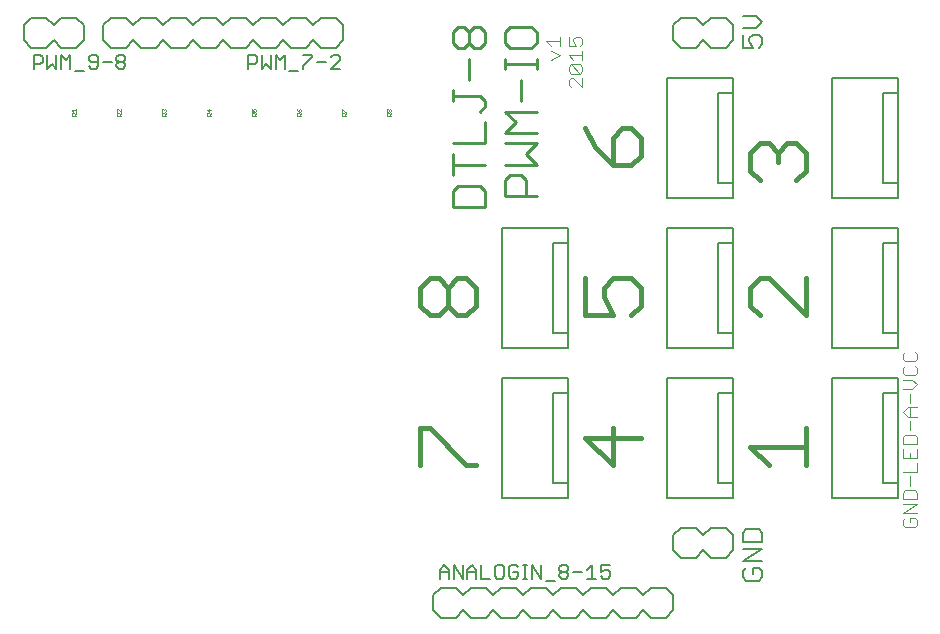
<source format=gto>
G75*
%MOIN*%
%OFA0B0*%
%FSLAX25Y25*%
%IPPOS*%
%LPD*%
%AMOC8*
5,1,8,0,0,1.08239X$1,22.5*
%
%ADD10C,0.01600*%
%ADD11C,0.00400*%
%ADD12C,0.00900*%
%ADD13C,0.00500*%
%ADD14C,0.00100*%
%ADD15C,0.00800*%
%ADD16C,0.00700*%
D10*
X0133684Y0057600D02*
X0133684Y0069877D01*
X0136754Y0069877D01*
X0149031Y0057600D01*
X0152100Y0057600D01*
X0188684Y0066808D02*
X0197892Y0057600D01*
X0197892Y0069877D01*
X0207100Y0066808D02*
X0188684Y0066808D01*
X0243684Y0063739D02*
X0262100Y0063739D01*
X0262100Y0069877D02*
X0262100Y0057600D01*
X0249823Y0057600D02*
X0243684Y0063739D01*
X0246754Y0107600D02*
X0243684Y0110669D01*
X0243684Y0116808D01*
X0246754Y0119877D01*
X0249823Y0119877D01*
X0262100Y0107600D01*
X0262100Y0119877D01*
X0259031Y0152600D02*
X0262100Y0155669D01*
X0262100Y0161808D01*
X0259031Y0164877D01*
X0255961Y0164877D01*
X0252892Y0161808D01*
X0252892Y0158739D01*
X0252892Y0161808D02*
X0249823Y0164877D01*
X0246754Y0164877D01*
X0243684Y0161808D01*
X0243684Y0155669D01*
X0246754Y0152600D01*
X0207100Y0160669D02*
X0207100Y0166808D01*
X0204031Y0169877D01*
X0200961Y0169877D01*
X0197892Y0166808D01*
X0197892Y0157600D01*
X0204031Y0157600D01*
X0207100Y0160669D01*
X0197892Y0157600D02*
X0191754Y0163739D01*
X0188684Y0169877D01*
X0188684Y0119877D02*
X0188684Y0107600D01*
X0197892Y0107600D01*
X0194823Y0113739D01*
X0194823Y0116808D01*
X0197892Y0119877D01*
X0204031Y0119877D01*
X0207100Y0116808D01*
X0207100Y0110669D01*
X0204031Y0107600D01*
X0152100Y0110669D02*
X0149031Y0107600D01*
X0145961Y0107600D01*
X0142892Y0110669D01*
X0142892Y0116808D01*
X0145961Y0119877D01*
X0149031Y0119877D01*
X0152100Y0116808D01*
X0152100Y0110669D01*
X0142892Y0110669D02*
X0139823Y0107600D01*
X0136754Y0107600D01*
X0133684Y0110669D01*
X0133684Y0116808D01*
X0136754Y0119877D01*
X0139823Y0119877D01*
X0142892Y0116808D01*
D11*
X0183863Y0183584D02*
X0183096Y0184352D01*
X0183096Y0185886D01*
X0183863Y0186654D01*
X0184631Y0186654D01*
X0187700Y0183584D01*
X0187700Y0186654D01*
X0186933Y0188188D02*
X0183863Y0188188D01*
X0183096Y0188955D01*
X0183096Y0190490D01*
X0183863Y0191257D01*
X0186933Y0188188D01*
X0187700Y0188955D01*
X0187700Y0190490D01*
X0186933Y0191257D01*
X0183863Y0191257D01*
X0184631Y0192792D02*
X0183096Y0194327D01*
X0187700Y0194327D01*
X0187700Y0195861D02*
X0187700Y0192792D01*
X0186933Y0197396D02*
X0187700Y0198163D01*
X0187700Y0199698D01*
X0186933Y0200465D01*
X0185398Y0200465D01*
X0184631Y0199698D01*
X0184631Y0198931D01*
X0185398Y0197396D01*
X0183096Y0197396D01*
X0183096Y0200465D01*
X0180200Y0200465D02*
X0180200Y0197396D01*
X0180200Y0198931D02*
X0175596Y0198931D01*
X0177131Y0197396D01*
X0177131Y0195861D02*
X0180200Y0194327D01*
X0177131Y0192792D01*
X0294596Y0094549D02*
X0294596Y0093014D01*
X0295363Y0092247D01*
X0298433Y0092247D01*
X0299200Y0093014D01*
X0299200Y0094549D01*
X0298433Y0095316D01*
X0295363Y0095316D02*
X0294596Y0094549D01*
X0295363Y0090712D02*
X0294596Y0089945D01*
X0294596Y0088410D01*
X0295363Y0087643D01*
X0298433Y0087643D01*
X0299200Y0088410D01*
X0299200Y0089945D01*
X0298433Y0090712D01*
X0297665Y0086109D02*
X0294596Y0086109D01*
X0297665Y0086109D02*
X0299200Y0084574D01*
X0297665Y0083039D01*
X0294596Y0083039D01*
X0296898Y0081505D02*
X0296898Y0078435D01*
X0296898Y0076901D02*
X0296898Y0073831D01*
X0296131Y0073831D02*
X0294596Y0075366D01*
X0296131Y0076901D01*
X0299200Y0076901D01*
X0299200Y0073831D02*
X0296131Y0073831D01*
X0296898Y0072297D02*
X0296898Y0069227D01*
X0295363Y0067693D02*
X0294596Y0066926D01*
X0294596Y0064624D01*
X0299200Y0064624D01*
X0299200Y0066926D01*
X0298433Y0067693D01*
X0295363Y0067693D01*
X0294596Y0063089D02*
X0294596Y0060020D01*
X0299200Y0060020D01*
X0299200Y0063089D01*
X0296898Y0061554D02*
X0296898Y0060020D01*
X0299200Y0058485D02*
X0299200Y0055416D01*
X0294596Y0055416D01*
X0296898Y0053881D02*
X0296898Y0050812D01*
X0298433Y0049277D02*
X0295363Y0049277D01*
X0294596Y0048510D01*
X0294596Y0046208D01*
X0299200Y0046208D01*
X0299200Y0048510D01*
X0298433Y0049277D01*
X0299200Y0044673D02*
X0294596Y0044673D01*
X0294596Y0041604D02*
X0299200Y0044673D01*
X0299200Y0041604D02*
X0294596Y0041604D01*
X0295363Y0040069D02*
X0294596Y0039302D01*
X0294596Y0037767D01*
X0295363Y0037000D01*
X0298433Y0037000D01*
X0299200Y0037767D01*
X0299200Y0039302D01*
X0298433Y0040069D01*
X0296898Y0040069D01*
X0296898Y0038535D01*
D12*
X0155200Y0143716D02*
X0155200Y0149020D01*
X0153432Y0150788D01*
X0146359Y0150788D01*
X0144591Y0149020D01*
X0144591Y0143716D01*
X0155200Y0143716D01*
X0161841Y0147245D02*
X0161841Y0152550D01*
X0163609Y0154318D01*
X0167145Y0154318D01*
X0168914Y0152550D01*
X0168914Y0147245D01*
X0172450Y0147245D02*
X0161841Y0147245D01*
X0161841Y0157834D02*
X0172450Y0157834D01*
X0168914Y0161371D01*
X0172450Y0164907D01*
X0161841Y0164907D01*
X0161841Y0168423D02*
X0165377Y0171960D01*
X0161841Y0175496D01*
X0172450Y0175496D01*
X0167145Y0179013D02*
X0167145Y0186085D01*
X0161841Y0189602D02*
X0161841Y0193138D01*
X0161841Y0191370D02*
X0172450Y0191370D01*
X0172450Y0189602D02*
X0172450Y0193138D01*
X0170682Y0196661D02*
X0172450Y0198429D01*
X0172450Y0201965D01*
X0170682Y0203734D01*
X0163609Y0203734D01*
X0161841Y0201965D01*
X0161841Y0198429D01*
X0163609Y0196661D01*
X0170682Y0196661D01*
X0155200Y0198429D02*
X0153432Y0196661D01*
X0151664Y0196661D01*
X0149895Y0198429D01*
X0149895Y0201965D01*
X0151664Y0203734D01*
X0153432Y0203734D01*
X0155200Y0201965D01*
X0155200Y0198429D01*
X0149895Y0198429D02*
X0148127Y0196661D01*
X0146359Y0196661D01*
X0144591Y0198429D01*
X0144591Y0201965D01*
X0146359Y0203734D01*
X0148127Y0203734D01*
X0149895Y0201965D01*
X0149895Y0193145D02*
X0149895Y0186072D01*
X0144591Y0182556D02*
X0144591Y0179019D01*
X0144591Y0180787D02*
X0153432Y0180787D01*
X0155200Y0179019D01*
X0155200Y0177251D01*
X0153432Y0175483D01*
X0155200Y0171967D02*
X0155200Y0164894D01*
X0144591Y0164894D01*
X0144591Y0161377D02*
X0144591Y0154305D01*
X0144591Y0157841D02*
X0155200Y0157841D01*
X0161841Y0168423D02*
X0172450Y0168423D01*
D13*
X0182900Y0136800D02*
X0160900Y0136800D01*
X0160900Y0096800D01*
X0182900Y0096800D01*
X0182900Y0101800D01*
X0177900Y0101800D01*
X0177900Y0131800D01*
X0182900Y0131800D01*
X0182900Y0101800D01*
X0182900Y0086800D02*
X0182900Y0081800D01*
X0177900Y0081800D01*
X0177900Y0051800D01*
X0182900Y0051800D01*
X0182900Y0046800D01*
X0160900Y0046800D01*
X0160900Y0086800D01*
X0182900Y0086800D01*
X0182900Y0081800D02*
X0182900Y0051800D01*
X0215900Y0046800D02*
X0215900Y0086800D01*
X0237900Y0086800D01*
X0237900Y0081800D01*
X0232900Y0081800D01*
X0232900Y0051800D01*
X0237900Y0051800D01*
X0237900Y0046800D01*
X0215900Y0046800D01*
X0237900Y0051800D02*
X0237900Y0081800D01*
X0237900Y0096800D02*
X0237900Y0101800D01*
X0232900Y0101800D01*
X0232900Y0131800D01*
X0237900Y0131800D01*
X0237900Y0101800D01*
X0237900Y0096800D02*
X0215900Y0096800D01*
X0215900Y0136800D01*
X0237900Y0136800D01*
X0237900Y0131800D01*
X0237900Y0146800D02*
X0237900Y0151800D01*
X0232900Y0151800D01*
X0232900Y0181800D01*
X0237900Y0181800D01*
X0237900Y0151800D01*
X0237900Y0146800D02*
X0215900Y0146800D01*
X0215900Y0186800D01*
X0237900Y0186800D01*
X0237900Y0181800D01*
X0270900Y0186800D02*
X0270900Y0146800D01*
X0292900Y0146800D01*
X0292900Y0151800D01*
X0287900Y0151800D01*
X0287900Y0181800D01*
X0292900Y0181800D01*
X0292900Y0151800D01*
X0292900Y0136800D02*
X0292900Y0131800D01*
X0287900Y0131800D01*
X0287900Y0101800D01*
X0292900Y0101800D01*
X0292900Y0096800D01*
X0270900Y0096800D01*
X0270900Y0136800D01*
X0292900Y0136800D01*
X0292900Y0131800D02*
X0292900Y0101800D01*
X0292900Y0086800D02*
X0292900Y0081800D01*
X0287900Y0081800D01*
X0287900Y0051800D01*
X0292900Y0051800D01*
X0292900Y0046800D01*
X0270900Y0046800D01*
X0270900Y0086800D01*
X0292900Y0086800D01*
X0292900Y0081800D02*
X0292900Y0051800D01*
X0196849Y0024354D02*
X0193846Y0024354D01*
X0193846Y0022102D01*
X0195347Y0022853D01*
X0196098Y0022853D01*
X0196849Y0022102D01*
X0196849Y0020601D01*
X0196098Y0019850D01*
X0194597Y0019850D01*
X0193846Y0020601D01*
X0192245Y0019850D02*
X0189242Y0019850D01*
X0190743Y0019850D02*
X0190743Y0024354D01*
X0189242Y0022853D01*
X0187641Y0022102D02*
X0184638Y0022102D01*
X0183037Y0022853D02*
X0182286Y0022102D01*
X0180785Y0022102D01*
X0180034Y0022853D01*
X0180034Y0023603D01*
X0180785Y0024354D01*
X0182286Y0024354D01*
X0183037Y0023603D01*
X0183037Y0022853D01*
X0182286Y0022102D02*
X0183037Y0021351D01*
X0183037Y0020601D01*
X0182286Y0019850D01*
X0180785Y0019850D01*
X0180034Y0020601D01*
X0180034Y0021351D01*
X0180785Y0022102D01*
X0178433Y0019099D02*
X0175430Y0019099D01*
X0173829Y0019850D02*
X0173829Y0024354D01*
X0170826Y0024354D02*
X0173829Y0019850D01*
X0170826Y0019850D02*
X0170826Y0024354D01*
X0169258Y0024354D02*
X0167757Y0024354D01*
X0168508Y0024354D02*
X0168508Y0019850D01*
X0169258Y0019850D02*
X0167757Y0019850D01*
X0166156Y0020601D02*
X0166156Y0022102D01*
X0164654Y0022102D01*
X0163153Y0023603D02*
X0163153Y0020601D01*
X0163904Y0019850D01*
X0165405Y0019850D01*
X0166156Y0020601D01*
X0161552Y0020601D02*
X0161552Y0023603D01*
X0160801Y0024354D01*
X0159300Y0024354D01*
X0158549Y0023603D01*
X0158549Y0020601D01*
X0159300Y0019850D01*
X0160801Y0019850D01*
X0161552Y0020601D01*
X0163153Y0023603D02*
X0163904Y0024354D01*
X0165405Y0024354D01*
X0166156Y0023603D01*
X0156948Y0019850D02*
X0153945Y0019850D01*
X0153945Y0024354D01*
X0152344Y0022853D02*
X0152344Y0019850D01*
X0152344Y0022102D02*
X0149341Y0022102D01*
X0149341Y0022853D02*
X0150843Y0024354D01*
X0152344Y0022853D01*
X0149341Y0022853D02*
X0149341Y0019850D01*
X0147740Y0019850D02*
X0147740Y0024354D01*
X0144737Y0024354D02*
X0147740Y0019850D01*
X0144737Y0019850D02*
X0144737Y0024354D01*
X0143136Y0022853D02*
X0143136Y0019850D01*
X0143136Y0022102D02*
X0140134Y0022102D01*
X0140134Y0022853D02*
X0141635Y0024354D01*
X0143136Y0022853D01*
X0140134Y0022853D02*
X0140134Y0019850D01*
X0182900Y0131800D02*
X0182900Y0136800D01*
X0106849Y0189850D02*
X0103846Y0189850D01*
X0106849Y0192853D01*
X0106849Y0193603D01*
X0106098Y0194354D01*
X0104597Y0194354D01*
X0103846Y0193603D01*
X0102245Y0192102D02*
X0099242Y0192102D01*
X0097641Y0193603D02*
X0094638Y0190601D01*
X0094638Y0189850D01*
X0093037Y0189099D02*
X0090034Y0189099D01*
X0088433Y0189850D02*
X0088433Y0194354D01*
X0086932Y0192853D01*
X0085430Y0194354D01*
X0085430Y0189850D01*
X0083829Y0189850D02*
X0082328Y0191351D01*
X0080826Y0189850D01*
X0080826Y0194354D01*
X0079225Y0193603D02*
X0079225Y0192102D01*
X0078474Y0191351D01*
X0076222Y0191351D01*
X0076222Y0189850D02*
X0076222Y0194354D01*
X0078474Y0194354D01*
X0079225Y0193603D01*
X0083829Y0194354D02*
X0083829Y0189850D01*
X0094638Y0194354D02*
X0097641Y0194354D01*
X0097641Y0193603D01*
X0035349Y0193603D02*
X0035349Y0192853D01*
X0034598Y0192102D01*
X0033097Y0192102D01*
X0032346Y0192853D01*
X0032346Y0193603D01*
X0033097Y0194354D01*
X0034598Y0194354D01*
X0035349Y0193603D01*
X0034598Y0192102D02*
X0035349Y0191351D01*
X0035349Y0190601D01*
X0034598Y0189850D01*
X0033097Y0189850D01*
X0032346Y0190601D01*
X0032346Y0191351D01*
X0033097Y0192102D01*
X0030745Y0192102D02*
X0027742Y0192102D01*
X0026141Y0192102D02*
X0023889Y0192102D01*
X0023138Y0192853D01*
X0023138Y0193603D01*
X0023889Y0194354D01*
X0025390Y0194354D01*
X0026141Y0193603D01*
X0026141Y0190601D01*
X0025390Y0189850D01*
X0023889Y0189850D01*
X0023138Y0190601D01*
X0021537Y0189099D02*
X0018534Y0189099D01*
X0016933Y0189850D02*
X0016933Y0194354D01*
X0015432Y0192853D01*
X0013930Y0194354D01*
X0013930Y0189850D01*
X0012329Y0189850D02*
X0012329Y0194354D01*
X0009326Y0194354D02*
X0009326Y0189850D01*
X0010828Y0191351D01*
X0012329Y0189850D01*
X0007725Y0192102D02*
X0007725Y0193603D01*
X0006974Y0194354D01*
X0004722Y0194354D01*
X0004722Y0189850D01*
X0004722Y0191351D02*
X0006974Y0191351D01*
X0007725Y0192102D01*
X0270900Y0186800D02*
X0292900Y0186800D01*
X0292900Y0181800D01*
D14*
X0123950Y0176127D02*
X0123950Y0175627D01*
X0123700Y0175377D01*
X0123450Y0175377D01*
X0123199Y0175627D01*
X0123199Y0176127D01*
X0123450Y0176378D01*
X0123700Y0176378D01*
X0123950Y0176127D01*
X0123199Y0176127D02*
X0122949Y0176378D01*
X0122699Y0176378D01*
X0122449Y0176127D01*
X0122449Y0175627D01*
X0122699Y0175377D01*
X0122949Y0175377D01*
X0123199Y0175627D01*
X0123199Y0174904D02*
X0123450Y0174654D01*
X0123450Y0173903D01*
X0123950Y0173903D02*
X0122449Y0173903D01*
X0122449Y0174654D01*
X0122699Y0174904D01*
X0123199Y0174904D01*
X0123450Y0174404D02*
X0123950Y0174904D01*
X0108950Y0174904D02*
X0108450Y0174404D01*
X0108450Y0174654D02*
X0108450Y0173903D01*
X0108950Y0173903D02*
X0107449Y0173903D01*
X0107449Y0174654D01*
X0107699Y0174904D01*
X0108199Y0174904D01*
X0108450Y0174654D01*
X0108700Y0175377D02*
X0108950Y0175377D01*
X0108700Y0175377D02*
X0107699Y0176378D01*
X0107449Y0176378D01*
X0107449Y0175377D01*
X0093950Y0175627D02*
X0093950Y0176127D01*
X0093700Y0176378D01*
X0093450Y0176378D01*
X0093199Y0176127D01*
X0093199Y0175377D01*
X0093700Y0175377D01*
X0093950Y0175627D01*
X0093950Y0174904D02*
X0093450Y0174404D01*
X0093450Y0174654D02*
X0093450Y0173903D01*
X0093950Y0173903D02*
X0092449Y0173903D01*
X0092449Y0174654D01*
X0092699Y0174904D01*
X0093199Y0174904D01*
X0093450Y0174654D01*
X0093199Y0175377D02*
X0092699Y0175877D01*
X0092449Y0176378D01*
X0078950Y0176127D02*
X0078950Y0175627D01*
X0078700Y0175377D01*
X0078199Y0175377D02*
X0077949Y0175877D01*
X0077949Y0176127D01*
X0078199Y0176378D01*
X0078700Y0176378D01*
X0078950Y0176127D01*
X0078199Y0175377D02*
X0077449Y0175377D01*
X0077449Y0176378D01*
X0077699Y0174904D02*
X0078199Y0174904D01*
X0078450Y0174654D01*
X0078450Y0173903D01*
X0078950Y0173903D02*
X0077449Y0173903D01*
X0077449Y0174654D01*
X0077699Y0174904D01*
X0078450Y0174404D02*
X0078950Y0174904D01*
X0063950Y0174904D02*
X0063450Y0174404D01*
X0063450Y0174654D02*
X0063450Y0173903D01*
X0063950Y0173903D02*
X0062449Y0173903D01*
X0062449Y0174654D01*
X0062699Y0174904D01*
X0063199Y0174904D01*
X0063450Y0174654D01*
X0063199Y0175377D02*
X0063199Y0176378D01*
X0062449Y0176127D02*
X0063199Y0175377D01*
X0062449Y0176127D02*
X0063950Y0176127D01*
X0048950Y0176127D02*
X0048950Y0175627D01*
X0048700Y0175377D01*
X0048950Y0174904D02*
X0048450Y0174404D01*
X0048450Y0174654D02*
X0048450Y0173903D01*
X0048950Y0173903D02*
X0047449Y0173903D01*
X0047449Y0174654D01*
X0047699Y0174904D01*
X0048199Y0174904D01*
X0048450Y0174654D01*
X0047699Y0175377D02*
X0047449Y0175627D01*
X0047449Y0176127D01*
X0047699Y0176378D01*
X0047949Y0176378D01*
X0048199Y0176127D01*
X0048450Y0176378D01*
X0048700Y0176378D01*
X0048950Y0176127D01*
X0048199Y0176127D02*
X0048199Y0175877D01*
X0033950Y0175377D02*
X0032949Y0176378D01*
X0032699Y0176378D01*
X0032449Y0176127D01*
X0032449Y0175627D01*
X0032699Y0175377D01*
X0032699Y0174904D02*
X0033199Y0174904D01*
X0033450Y0174654D01*
X0033450Y0173903D01*
X0033950Y0173903D02*
X0032449Y0173903D01*
X0032449Y0174654D01*
X0032699Y0174904D01*
X0033450Y0174404D02*
X0033950Y0174904D01*
X0033950Y0175377D02*
X0033950Y0176378D01*
X0018950Y0176378D02*
X0018950Y0175377D01*
X0018950Y0174904D02*
X0018450Y0174404D01*
X0018450Y0174654D02*
X0018450Y0173903D01*
X0018950Y0173903D02*
X0017449Y0173903D01*
X0017449Y0174654D01*
X0017699Y0174904D01*
X0018199Y0174904D01*
X0018450Y0174654D01*
X0017949Y0175377D02*
X0017449Y0175877D01*
X0018950Y0175877D01*
D15*
X0018900Y0196800D02*
X0013900Y0196800D01*
X0011400Y0199300D01*
X0008900Y0196800D01*
X0003900Y0196800D01*
X0001400Y0199300D01*
X0001400Y0204300D01*
X0003900Y0206800D01*
X0008900Y0206800D01*
X0011400Y0204300D01*
X0013900Y0206800D01*
X0018900Y0206800D01*
X0021400Y0204300D01*
X0021400Y0199300D01*
X0018900Y0196800D01*
X0027900Y0199300D02*
X0027900Y0204300D01*
X0030400Y0206800D01*
X0035400Y0206800D01*
X0037900Y0204300D01*
X0040400Y0206800D01*
X0045400Y0206800D01*
X0047900Y0204300D01*
X0050400Y0206800D01*
X0055400Y0206800D01*
X0057900Y0204300D01*
X0060400Y0206800D01*
X0065400Y0206800D01*
X0067900Y0204300D01*
X0070400Y0206800D01*
X0075400Y0206800D01*
X0077900Y0204300D01*
X0080400Y0206800D01*
X0085400Y0206800D01*
X0087900Y0204300D01*
X0090400Y0206800D01*
X0095400Y0206800D01*
X0097900Y0204300D01*
X0100400Y0206800D01*
X0105400Y0206800D01*
X0107900Y0204300D01*
X0107900Y0199300D01*
X0105400Y0196800D01*
X0100400Y0196800D01*
X0097900Y0199300D01*
X0095400Y0196800D01*
X0090400Y0196800D01*
X0087900Y0199300D01*
X0085400Y0196800D01*
X0080400Y0196800D01*
X0077900Y0199300D01*
X0075400Y0196800D01*
X0070400Y0196800D01*
X0067900Y0199300D01*
X0065400Y0196800D01*
X0060400Y0196800D01*
X0057900Y0199300D01*
X0055400Y0196800D01*
X0050400Y0196800D01*
X0047900Y0199300D01*
X0045400Y0196800D01*
X0040400Y0196800D01*
X0037900Y0199300D01*
X0035400Y0196800D01*
X0030400Y0196800D01*
X0027900Y0199300D01*
X0217900Y0199300D02*
X0220400Y0196800D01*
X0225400Y0196800D01*
X0227900Y0199300D01*
X0230400Y0196800D01*
X0235400Y0196800D01*
X0237900Y0199300D01*
X0237900Y0204300D01*
X0235400Y0206800D01*
X0230400Y0206800D01*
X0227900Y0204300D01*
X0225400Y0206800D01*
X0220400Y0206800D01*
X0217900Y0204300D01*
X0217900Y0199300D01*
X0220400Y0036800D02*
X0217900Y0034300D01*
X0217900Y0029300D01*
X0220400Y0026800D01*
X0225400Y0026800D01*
X0227900Y0029300D01*
X0230400Y0026800D01*
X0235400Y0026800D01*
X0237900Y0029300D01*
X0237900Y0034300D01*
X0235400Y0036800D01*
X0230400Y0036800D01*
X0227900Y0034300D01*
X0225400Y0036800D01*
X0220400Y0036800D01*
X0215400Y0016800D02*
X0210400Y0016800D01*
X0207900Y0014300D01*
X0205400Y0016800D01*
X0200400Y0016800D01*
X0197900Y0014300D01*
X0195400Y0016800D01*
X0190400Y0016800D01*
X0187900Y0014300D01*
X0185400Y0016800D01*
X0180400Y0016800D01*
X0177900Y0014300D01*
X0175400Y0016800D01*
X0170400Y0016800D01*
X0167900Y0014300D01*
X0165400Y0016800D01*
X0160400Y0016800D01*
X0157900Y0014300D01*
X0155400Y0016800D01*
X0150400Y0016800D01*
X0147900Y0014300D01*
X0145400Y0016800D01*
X0140400Y0016800D01*
X0137900Y0014300D01*
X0137900Y0009300D01*
X0140400Y0006800D01*
X0145400Y0006800D01*
X0147900Y0009300D01*
X0150400Y0006800D01*
X0155400Y0006800D01*
X0157900Y0009300D01*
X0160400Y0006800D01*
X0165400Y0006800D01*
X0167900Y0009300D01*
X0170400Y0006800D01*
X0175400Y0006800D01*
X0177900Y0009300D01*
X0180400Y0006800D01*
X0185400Y0006800D01*
X0187900Y0009300D01*
X0190400Y0006800D01*
X0195400Y0006800D01*
X0197900Y0009300D01*
X0200400Y0006800D01*
X0205400Y0006800D01*
X0207900Y0009300D01*
X0210400Y0006800D01*
X0215400Y0006800D01*
X0217900Y0009300D01*
X0217900Y0014300D01*
X0215400Y0016800D01*
D16*
X0241245Y0020201D02*
X0242296Y0019150D01*
X0246499Y0019150D01*
X0247550Y0020201D01*
X0247550Y0022303D01*
X0246499Y0023354D01*
X0244397Y0023354D01*
X0244397Y0021252D01*
X0242296Y0023354D02*
X0241245Y0022303D01*
X0241245Y0020201D01*
X0241245Y0025595D02*
X0247550Y0029799D01*
X0241245Y0029799D01*
X0241245Y0032041D02*
X0241245Y0035194D01*
X0242296Y0036245D01*
X0246499Y0036245D01*
X0247550Y0035194D01*
X0247550Y0032041D01*
X0241245Y0032041D01*
X0241245Y0025595D02*
X0247550Y0025595D01*
X0246499Y0196850D02*
X0247550Y0197901D01*
X0247550Y0200003D01*
X0246499Y0201054D01*
X0244397Y0201054D01*
X0243346Y0200003D01*
X0243346Y0198952D01*
X0244397Y0196850D01*
X0241245Y0196850D01*
X0241245Y0201054D01*
X0241245Y0203295D02*
X0245448Y0203295D01*
X0247550Y0205397D01*
X0245448Y0207499D01*
X0241245Y0207499D01*
M02*

</source>
